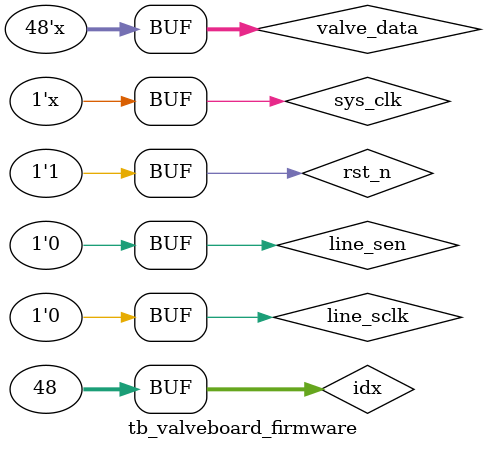
<source format=v>
`timescale 1ns / 100ps
module tb_valveboard_firmware();
	reg sys_clk;
	reg rst_n;
	reg line_sclk;
	reg line_sen;
	reg line_sdata;
	
	wire [48:0]  signal_high_voltage;
	wire [48:0]  signal_low_voltage;

	valveboard_firmware inst_valveboard_firmware(
			.sys_clk (sys_clk),
			.rst_n (rst_n),
			.line_sclk (line_sclk),
			.line_sen (line_sen),
			.line_sdata (line_sdata),
			.signal_high_voltage (signal_high_voltage),
			.signal_low_voltage (signal_low_voltage)
		);
    reg [47:0] valve_data;
    initial begin
        sys_clk = 0;
        rst_n = 0;
		line_sclk = 0;
		line_sen = 0;
		line_sdata = 1;
		#500;
		rst_n = 1;
		#500;
		valve_data = 0;
		
    end
	
	integer idx;
	
	always #500000 begin
		valve_data = valve_data + 1;
		line_sen = 1;#50;
		for (idx = 0; idx < 48; idx = idx + 1) begin
			if (valve_data[idx] == 0) begin
				line_sdata = 0;#125;
				line_sclk = 1;#125;
				line_sdata = 1;#125;
				line_sclk = 0;#250;
			end
			else begin
				line_sclk = 1;#250;
				line_sclk = 0;#250;
			end
		end
		#50;
		line_sen = 0;
	end
	
	always #25 sys_clk = ~sys_clk;

	
endmodule
</source>
